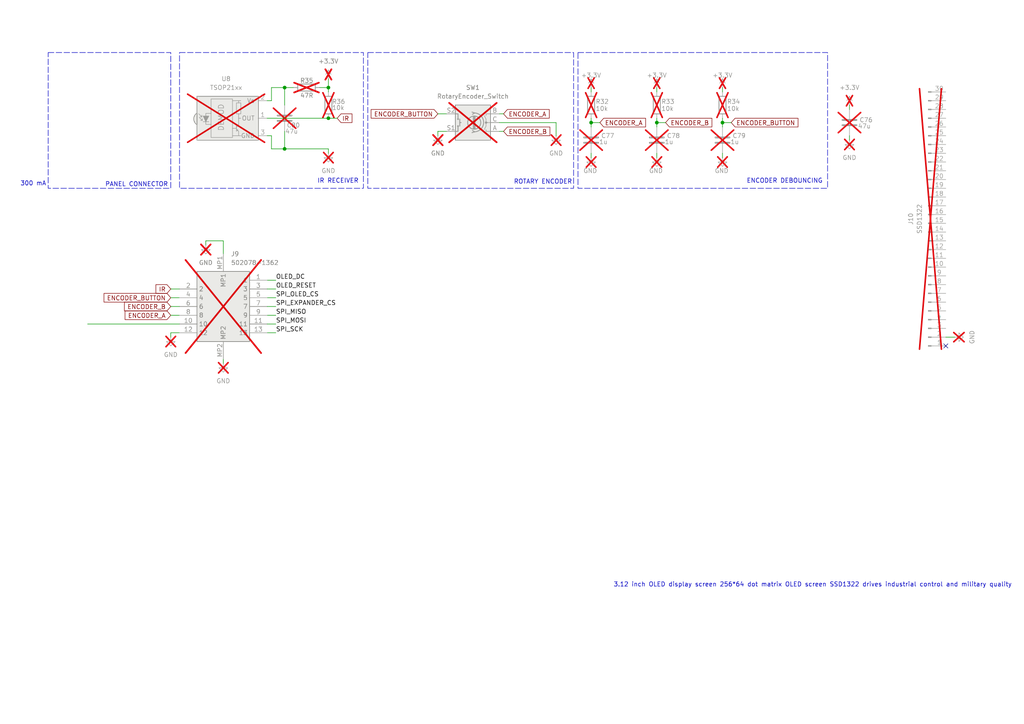
<source format=kicad_sch>
(kicad_sch (version 20231120) (generator "eeschema") (generator_version "8.0")
  (paper "A4")
  (lib_symbols
    (symbol "Connector:Conn_01x30_Pin" (pin_names (offset 1.016) hide)
      (property "Reference" "J" (at 0 38.1 0))
      (property "Value" "Conn_01x30_Pin" (at 0 -40.64 0))
      (symbol "Conn_01x30_Pin_1_1"
        (polyline (pts (xy 1.27 -38.1) (xy 0.8636 -38.1)) (stroke (width 0.1524)))
        (polyline (pts (xy 1.27 -35.56) (xy 0.8636 -35.56)) (stroke (width 0.1524)))
        (polyline (pts (xy 1.27 -33.02) (xy 0.8636 -33.02)) (stroke (width 0.1524)))
        (polyline (pts (xy 1.27 -30.48) (xy 0.8636 -30.48)) (stroke (width 0.1524)))
        (polyline (pts (xy 1.27 -27.94) (xy 0.8636 -27.94)) (stroke (width 0.1524)))
        (polyline (pts (xy 1.27 -25.4) (xy 0.8636 -25.4)) (stroke (width 0.1524)))
        (polyline (pts (xy 1.27 -22.86) (xy 0.8636 -22.86)) (stroke (width 0.1524)))
        (polyline (pts (xy 1.27 -20.32) (xy 0.8636 -20.32)) (stroke (width 0.1524)))
        (polyline (pts (xy 1.27 -17.78) (xy 0.8636 -17.78)) (stroke (width 0.1524)))
        (polyline (pts (xy 1.27 -15.24) (xy 0.8636 -15.24)) (stroke (width 0.1524)))
        (polyline (pts (xy 1.27 -12.7) (xy 0.8636 -12.7)) (stroke (width 0.1524)))
        (polyline (pts (xy 1.27 -10.16) (xy 0.8636 -10.16)) (stroke (width 0.1524)))
        (polyline (pts (xy 1.27 -7.62) (xy 0.8636 -7.62)) (stroke (width 0.1524)))
        (polyline (pts (xy 1.27 -5.08) (xy 0.8636 -5.08)) (stroke (width 0.1524)))
        (polyline (pts (xy 1.27 -2.54) (xy 0.8636 -2.54)) (stroke (width 0.1524)))
        (polyline (pts (xy 1.27 0) (xy 0.8636 0)) (stroke (width 0.1524)))
        (polyline (pts (xy 1.27 2.54) (xy 0.8636 2.54)) (stroke (width 0.1524)))
        (polyline (pts (xy 1.27 5.08) (xy 0.8636 5.08)) (stroke (width 0.1524)))
        (polyline (pts (xy 1.27 7.62) (xy 0.8636 7.62)) (stroke (width 0.1524)))
        (polyline (pts (xy 1.27 10.16) (xy 0.8636 10.16)) (stroke (width 0.1524)))
        (polyline (pts (xy 1.27 12.7) (xy 0.8636 12.7)) (stroke (width 0.1524)))
        (polyline (pts (xy 1.27 15.24) (xy 0.8636 15.24)) (stroke (width 0.1524)))
        (polyline (pts (xy 1.27 17.78) (xy 0.8636 17.78)) (stroke (width 0.1524)))
        (polyline (pts (xy 1.27 20.32) (xy 0.8636 20.32)) (stroke (width 0.1524)))
        (polyline (pts (xy 1.27 22.86) (xy 0.8636 22.86)) (stroke (width 0.1524)))
        (polyline (pts (xy 1.27 25.4) (xy 0.8636 25.4)) (stroke (width 0.1524)))
        (polyline (pts (xy 1.27 27.94) (xy 0.8636 27.94)) (stroke (width 0.1524)))
        (polyline (pts (xy 1.27 30.48) (xy 0.8636 30.48)) (stroke (width 0.1524)))
        (polyline (pts (xy 1.27 33.02) (xy 0.8636 33.02)) (stroke (width 0.1524)))
        (polyline (pts (xy 1.27 35.56) (xy 0.8636 35.56)) (stroke (width 0.1524)))
        (rectangle (start 0.8636 -37.973) (end 0 -38.227) (stroke (width 0.1524)) (fill (type outline)))
        (rectangle (start 0.8636 -35.433) (end 0 -35.687) (stroke (width 0.1524)) (fill (type outline)))
        (rectangle (start 0.8636 -32.893) (end 0 -33.147) (stroke (width 0.1524)) (fill (type outline)))
        (rectangle (start 0.8636 -30.353) (end 0 -30.607) (stroke (width 0.1524)) (fill (type outline)))
        (rectangle (start 0.8636 -27.813) (end 0 -28.067) (stroke (width 0.1524)) (fill (type outline)))
        (rectangle (start 0.8636 -25.273) (end 0 -25.527) (stroke (width 0.1524)) (fill (type outline)))
        (rectangle (start 0.8636 -22.733) (end 0 -22.987) (stroke (width 0.1524)) (fill (type outline)))
        (rectangle (start 0.8636 -20.193) (end 0 -20.447) (stroke (width 0.1524)) (fill (type outline)))
        (rectangle (start 0.8636 -17.653) (end 0 -17.907) (stroke (width 0.1524)) (fill (type outline)))
        (rectangle (start 0.8636 -15.113) (end 0 -15.367) (stroke (width 0.1524)) (fill (type outline)))
        (rectangle (start 0.8636 -12.573) (end 0 -12.827) (stroke (width 0.1524)) (fill (type outline)))
        (rectangle (start 0.8636 -10.033) (end 0 -10.287) (stroke (width 0.1524)) (fill (type outline)))
        (rectangle (start 0.8636 -7.493) (end 0 -7.747) (stroke (width 0.1524)) (fill (type outline)))
        (rectangle (start 0.8636 -4.953) (end 0 -5.207) (stroke (width 0.1524)) (fill (type outline)))
        (rectangle (start 0.8636 -2.413) (end 0 -2.667) (stroke (width 0.1524)) (fill (type outline)))
        (rectangle (start 0.8636 0.127) (end 0 -0.127) (stroke (width 0.1524)) (fill (type outline)))
        (rectangle (start 0.8636 2.667) (end 0 2.413) (stroke (width 0.1524)) (fill (type outline)))
        (rectangle (start 0.8636 5.207) (end 0 4.953) (stroke (width 0.1524)) (fill (type outline)))
        (rectangle (start 0.8636 7.747) (end 0 7.493) (stroke (width 0.1524)) (fill (type outline)))
        (rectangle (start 0.8636 10.287) (end 0 10.033) (stroke (width 0.1524)) (fill (type outline)))
        (rectangle (start 0.8636 12.827) (end 0 12.573) (stroke (width 0.1524)) (fill (type outline)))
        (rectangle (start 0.8636 15.367) (end 0 15.113) (stroke (width 0.1524)) (fill (type outline)))
        (rectangle (start 0.8636 17.907) (end 0 17.653) (stroke (width 0.1524)) (fill (type outline)))
        (rectangle (start 0.8636 20.447) (end 0 20.193) (stroke (width 0.1524)) (fill (type outline)))
        (rectangle (start 0.8636 22.987) (end 0 22.733) (stroke (width 0.1524)) (fill (type outline)))
        (rectangle (start 0.8636 25.527) (end 0 25.273) (stroke (width 0.1524)) (fill (type outline)))
        (rectangle (start 0.8636 28.067) (end 0 27.813) (stroke (width 0.1524)) (fill (type outline)))
        (rectangle (start 0.8636 30.607) (end 0 30.353) (stroke (width 0.1524)) (fill (type outline)))
        (rectangle (start 0.8636 33.147) (end 0 32.893) (stroke (width 0.1524)) (fill (type outline)))
        (rectangle (start 0.8636 35.687) (end 0 35.433) (stroke (width 0.1524)) (fill (type outline)))
        (pin passive line (at 5.08 35.56 180) (length 3.81) (name "Pin_1") (number "1"))
        (pin passive line (at 5.08 12.7 180) (length 3.81) (name "Pin_10") (number "10"))
        (pin passive line (at 5.08 10.16 180) (length 3.81) (name "Pin_11") (number "11"))
        (pin passive line (at 5.08 7.62 180) (length 3.81) (name "Pin_12") (number "12"))
        (pin passive line (at 5.08 5.08 180) (length 3.81) (name "Pin_13") (number "13"))
        (pin passive line (at 5.08 2.54 180) (length 3.81) (name "Pin_14") (number "14"))
        (pin passive line (at 5.08 0 180) (length 3.81) (name "Pin_15") (number "15"))
        (pin passive line (at 5.08 -2.54 180) (length 3.81) (name "Pin_16") (number "16"))
        (pin passive line (at 5.08 -5.08 180) (length 3.81) (name "Pin_17") (number "17"))
        (pin passive line (at 5.08 -7.62 180) (length 3.81) (name "Pin_18") (number "18"))
        (pin passive line (at 5.08 -10.16 180) (length 3.81) (name "Pin_19") (number "19"))
        (pin passive line (at 5.08 33.02 180) (length 3.81) (name "Pin_2") (number "2"))
        (pin passive line (at 5.08 -12.7 180) (length 3.81) (name "Pin_20") (number "20"))
        (pin passive line (at 5.08 -15.24 180) (length 3.81) (name "Pin_21") (number "21"))
        (pin passive line (at 5.08 -17.78 180) (length 3.81) (name "Pin_22") (number "22"))
        (pin passive line (at 5.08 -20.32 180) (length 3.81) (name "Pin_23") (number "23"))
        (pin passive line (at 5.08 -22.86 180) (length 3.81) (name "Pin_24") (number "24"))
        (pin passive line (at 5.08 -25.4 180) (length 3.81) (name "Pin_25") (number "25"))
        (pin passive line (at 5.08 -27.94 180) (length 3.81) (name "Pin_26") (number "26"))
        (pin passive line (at 5.08 -30.48 180) (length 3.81) (name "Pin_27") (number "27"))
        (pin passive line (at 5.08 -33.02 180) (length 3.81) (name "Pin_28") (number "28"))
        (pin passive line (at 5.08 -35.56 180) (length 3.81) (name "Pin_29") (number "29"))
        (pin passive line (at 5.08 30.48 180) (length 3.81) (name "Pin_3") (number "3"))
        (pin passive line (at 5.08 -38.1 180) (length 3.81) (name "Pin_30") (number "30"))
        (pin passive line (at 5.08 27.94 180) (length 3.81) (name "Pin_4") (number "4"))
        (pin passive line (at 5.08 25.4 180) (length 3.81) (name "Pin_5") (number "5"))
        (pin passive line (at 5.08 22.86 180) (length 3.81) (name "Pin_6") (number "6"))
        (pin passive line (at 5.08 20.32 180) (length 3.81) (name "Pin_7") (number "7"))
        (pin passive line (at 5.08 17.78 180) (length 3.81) (name "Pin_8") (number "8"))
        (pin passive line (at 5.08 15.24 180) (length 3.81) (name "Pin_9") (number "9"))
      )
    )
    (symbol "Device:C" (pin_numbers hide) (pin_names (offset 0.254))
      (property "Reference" "C" (at 0.635 2.54 0))
      (property "Value" "C" (at 0.635 -2.54 0))
      (symbol "C_0_1"
        (polyline (pts (xy -2.032 -0.762) (xy 2.032 -0.762)) (stroke (width 0.508)))
        (polyline (pts (xy -2.032 0.762) (xy 2.032 0.762)) (stroke (width 0.508)))
      )
      (symbol "C_1_1"
        (pin passive line (at 0 3.81 270) (length 2.794) (name "~") (number "1"))
        (pin passive line (at 0 -3.81 90) (length 2.794) (name "~") (number "2"))
      )
    )
    (symbol "Device:R" (pin_numbers hide) (pin_names (offset 0))
      (property "Reference" "R" (at 2.032 0 90))
      (property "Value" "R" (at 0 0 90))
      (symbol "R_0_1"
        (rectangle (start -1.016 -2.54) (end 1.016 2.54) (stroke (width 0.254)))
      )
      (symbol "R_1_1"
        (pin passive line (at 0 3.81 270) (length 1.27) (name "~") (number "1"))
        (pin passive line (at 0 -3.81 90) (length 1.27) (name "~") (number "2"))
      )
    )
    (symbol "Device:RotaryEncoder_Switch" (pin_names (offset 0.254) hide)
      (property "Reference" "SW" (at 0 6.604 0))
      (property "Value" "RotaryEncoder_Switch" (at 0 -6.604 0))
      (symbol "RotaryEncoder_Switch_0_1"
        (rectangle (start -5.08 5.08) (end 5.08 -5.08) (stroke (width 0.254)) (fill (type background)))
        (circle (center -3.81 0) (radius 0.254) (fill (type outline)))
        (circle (center -0.381 0) (radius 1.905) (stroke (width 0.254)))
        (arc (start -0.381 2.667) (mid -3.0988 -0.0635) (end -0.381 -2.794) (stroke (width 0.254)))
        (polyline (pts (xy -0.635 -1.778) (xy -0.635 1.778)) (stroke (width 0.254)))
        (polyline (pts (xy -0.381 -1.778) (xy -0.381 1.778)) (stroke (width 0.254)))
        (polyline (pts (xy -0.127 1.778) (xy -0.127 -1.778)) (stroke (width 0.254)))
        (polyline (pts (xy 3.81 0) (xy 3.429 0)) (stroke (width 0.254)))
        (polyline (pts (xy 3.81 1.016) (xy 3.81 -1.016)) (stroke (width 0.254)))
        (polyline (pts (xy -5.08 -2.54) (xy -3.81 -2.54) (xy -3.81 -2.032)))
        (polyline (pts (xy -5.08 2.54) (xy -3.81 2.54) (xy -3.81 2.032)))
        (polyline (pts (xy 0.254 -3.048) (xy -0.508 -2.794) (xy 0.127 -2.413)) (stroke (width 0.254)))
        (polyline (pts (xy 0.254 2.921) (xy -0.508 2.667) (xy 0.127 2.286)) (stroke (width 0.254)))
        (polyline (pts (xy 5.08 -2.54) (xy 4.318 -2.54) (xy 4.318 -1.016)) (stroke (width 0.254)))
        (polyline (pts (xy 5.08 2.54) (xy 4.318 2.54) (xy 4.318 1.016)) (stroke (width 0.254)))
        (polyline (pts (xy -5.08 0) (xy -3.81 0) (xy -3.81 -1.016) (xy -3.302 -2.032)))
        (polyline (pts (xy -4.318 0) (xy -3.81 0) (xy -3.81 1.016) (xy -3.302 2.032)))
        (circle (center 4.318 -1.016) (radius 0.127) (stroke (width 0.254)))
        (circle (center 4.318 1.016) (radius 0.127) (stroke (width 0.254)))
      )
      (symbol "RotaryEncoder_Switch_1_1"
        (pin passive line (at -7.62 2.54 0) (length 2.54) (name "A") (number "A"))
        (pin passive line (at -7.62 -2.54 0) (length 2.54) (name "B") (number "B"))
        (pin passive line (at -7.62 0 0) (length 2.54) (name "C") (number "C"))
        (pin passive line (at 7.62 2.54 180) (length 2.54) (name "S1") (number "S1"))
        (pin passive line (at 7.62 -2.54 180) (length 2.54) (name "S2") (number "S2"))
      )
    )
    (symbol "Interface_Optical:TSOP21xx" (pin_names (offset 1.016))
      (property "Reference" "U" (at -10.16 7.62 0))
      (property "Value" "TSOP21xx" (at -10.16 -7.62 0))
      (symbol "TSOP21xx_0_0"
        (arc (start -10.287 1.397) (mid -11.0899 -0.1852) (end -10.287 -1.778) (stroke (width 0.254)) (fill (type background)))
        (polyline (pts (xy 1.905 -5.08) (xy 0.127 -5.08)))
        (polyline (pts (xy 1.905 5.08) (xy 0.127 5.08)))
        (text "DEMOD" (at -3.175 0.254 900) (effects (font (size 1.524 1.524))))
      )
      (symbol "TSOP21xx_0_1"
        (rectangle (start -6.096 5.588) (end 0.127 -5.588))
        (polyline (pts (xy -8.763 0.381) (xy -9.652 1.27)))
        (polyline (pts (xy -8.763 0.381) (xy -9.271 0.381)))
        (polyline (pts (xy -8.763 0.381) (xy -8.763 0.889)))
        (polyline (pts (xy -8.636 -0.635) (xy -9.525 0.254)))
        (polyline (pts (xy -8.636 -0.635) (xy -9.144 -0.635)))
        (polyline (pts (xy -8.636 -0.635) (xy -8.636 -0.127)))
        (polyline (pts (xy -8.382 -1.016) (xy -6.731 -1.016)))
        (polyline (pts (xy 1.27 -2.921) (xy 0.127 -2.921)))
        (polyline (pts (xy 1.27 -1.905) (xy 1.27 -3.81)))
        (polyline (pts (xy 1.397 -3.556) (xy 1.524 -3.556)))
        (polyline (pts (xy 1.651 -3.556) (xy 1.524 -3.556)))
        (polyline (pts (xy 1.651 -3.556) (xy 1.651 -3.302)))
        (polyline (pts (xy 1.905 0) (xy 1.905 1.27)))
        (polyline (pts (xy 1.905 4.445) (xy 1.905 5.08) (xy 2.54 5.08)))
        (polyline (pts (xy -8.382 0.635) (xy -6.731 0.635) (xy -7.62 -1.016) (xy -8.382 0.635)) (fill (type outline)))
        (polyline (pts (xy -6.096 1.397) (xy -7.62 1.397) (xy -7.62 -1.778) (xy -6.096 -1.778)))
        (polyline (pts (xy 1.27 -3.175) (xy 1.905 -3.81) (xy 1.905 -5.08) (xy 2.54 -5.08)))
        (polyline (pts (xy 1.27 -2.54) (xy 1.905 -1.905) (xy 1.905 0) (xy 2.54 0)))
        (rectangle (start 2.54 1.27) (end 1.27 4.445))
        (rectangle (start 7.62 6.35) (end -10.16 -6.35) (stroke (width 0.254)) (fill (type background)))
      )
      (symbol "TSOP21xx_1_1"
        (pin output line (at 10.16 0 180) (length 2.54) (name "OUT") (number "1"))
        (pin power_in line (at 10.16 5.08 180) (length 2.54) (name "Vs") (number "2"))
        (pin power_in line (at 10.16 -5.08 180) (length 2.54) (name "GND") (number "3"))
      )
    )
    (symbol "New_Library:502078-1362"
      (property "Reference" "J" (at 26.67 12.7 0))
      (property "Value" "502078-1362" (at 26.67 10.16 0))
      (symbol "502078-1362_1_1"
        (rectangle (start 5.08 7.62) (end 25.4 -7.62) (stroke (width 0.254)) (fill (type background)))
        (pin passive line (at 22.86 -12.7 90) (length 5.08) (name "1") (number "1"))
        (pin passive line (at 10.16 12.7 270) (length 5.08) (name "10") (number "10"))
        (pin passive line (at 10.16 -12.7 90) (length 5.08) (name "11") (number "11"))
        (pin passive line (at 7.62 12.7 270) (length 5.08) (name "12") (number "12"))
        (pin passive line (at 7.62 -12.7 90) (length 5.08) (name "13") (number "13"))
        (pin passive line (at 20.32 12.7 270) (length 5.08) (name "2") (number "2"))
        (pin passive line (at 20.32 -12.7 90) (length 5.08) (name "3") (number "3"))
        (pin passive line (at 17.78 12.7 270) (length 5.08) (name "4") (number "4"))
        (pin passive line (at 17.78 -12.7 90) (length 5.08) (name "5") (number "5"))
        (pin passive line (at 15.24 12.7 270) (length 5.08) (name "6") (number "6"))
        (pin passive line (at 15.24 -12.7 90) (length 5.08) (name "7") (number "7"))
        (pin passive line (at 12.7 12.7 270) (length 5.08) (name "8") (number "8"))
        (pin passive line (at 12.7 -12.7 90) (length 5.08) (name "9") (number "9"))
        (pin passive line (at 30.48 0 180) (length 5.08) (name "MP1") (number "MP1"))
        (pin passive line (at 0 0 0) (length 5.08) (name "MP2") (number "MP2"))
      )
    )
    (symbol "power:+3.3V" (power) (pin_numbers hide) (pin_names (offset 0) hide)
      (property "Value" "+3.3V" (at 0 3.556 0))
      (symbol "+3.3V_0_1"
        (polyline (pts (xy -0.762 1.27) (xy 0 2.54)))
        (polyline (pts (xy 0 0) (xy 0 2.54)))
        (polyline (pts (xy 0 2.54) (xy 0.762 1.27)))
      )
      (symbol "+3.3V_1_1"
        (pin power_in line (at 0 0 90) (length 0) (name "~") (number "1"))
      )
    )
    (symbol "power:GND" (power) (pin_numbers hide) (pin_names (offset 0) hide)
      (property "Value" "GND" (at 0 -3.81 0))
      (symbol "GND_0_1"
        (polyline (pts (xy 0 0) (xy 0 -1.27) (xy 1.27 -1.27) (xy 0 -2.54) (xy -1.27 -1.27) (xy 0 -1.27)))
      )
      (symbol "GND_1_1"
        (pin power_in line (at 0 0 270) (length 0) (name "~") (number "1"))
      )
    )
  )
  (junction (at 209.55 35.56))
  (junction (at 190.5 35.56))
  (junction (at 171.45 35.56))
  (junction (at 95.25 34.29))
  (junction (at 95.25 25.4))
  (junction (at 82.55 25.4))
  (junction (at 82.55 43.18))
  (no_connect (at 274.32 100.33))
  (wire (pts (xy 209.55 44.45) (xy 209.55 45.72)))
  (wire (pts (xy 78.74 39.37) (xy 77.47 39.37)))
  (wire (pts (xy 92.71 25.4) (xy 95.25 25.4)))
  (wire (pts (xy 82.55 43.18) (xy 95.25 43.18)))
  (wire (pts (xy 161.29 39.37) (xy 161.29 35.56)))
  (wire (pts (xy 209.55 25.4) (xy 209.55 26.67)))
  (wire (pts (xy 49.53 86.36) (xy 52.07 86.36)))
  (wire (pts (xy 49.53 88.9) (xy 52.07 88.9)))
  (wire (pts (xy 64.77 69.85) (xy 59.69 69.85)))
  (wire (pts (xy 78.74 39.37) (xy 78.74 43.18)))
  (wire (pts (xy 246.38 39.37) (xy 246.38 40.64)))
  (wire (pts (xy 171.45 36.83) (xy 171.45 35.56)))
  (wire (pts (xy 49.53 91.44) (xy 52.07 91.44)))
  (wire (pts (xy 171.45 35.56) (xy 173.99 35.56)))
  (wire (pts (xy 80.01 83.82) (xy 77.47 83.82)))
  (wire (pts (xy 209.55 35.56) (xy 212.09 35.56)))
  (wire (pts (xy 274.32 97.79) (xy 276.86 97.79)))
  (wire (pts (xy 209.55 34.29) (xy 209.55 35.56)))
  (wire (pts (xy 190.5 35.56) (xy 193.04 35.56)))
  (wire (pts (xy 129.54 38.1) (xy 127 38.1)))
  (wire (pts (xy 80.01 96.52) (xy 77.47 96.52)))
  (wire (pts (xy 190.5 34.29) (xy 190.5 35.56)))
  (wire (pts (xy 246.38 30.48) (xy 246.38 31.75)))
  (wire (pts (xy 209.55 36.83) (xy 209.55 35.56)))
  (wire (pts (xy 171.45 44.45) (xy 171.45 45.72)))
  (wire (pts (xy 52.07 93.98) (xy 25.4 93.98)))
  (wire (pts (xy 80.01 81.28) (xy 77.47 81.28)))
  (wire (pts (xy 52.07 96.52) (xy 49.53 96.52)))
  (wire (pts (xy 59.69 69.85) (xy 59.69 71.12)))
  (wire (pts (xy 190.5 44.45) (xy 190.5 45.72)))
  (wire (pts (xy 80.01 86.36) (xy 77.47 86.36)))
  (wire (pts (xy 64.77 73.66) (xy 64.77 69.85)))
  (wire (pts (xy 49.53 96.52) (xy 49.53 97.79)))
  (wire (pts (xy 190.5 25.4) (xy 190.5 26.67)))
  (wire (pts (xy 82.55 25.4) (xy 85.09 25.4)))
  (wire (pts (xy 77.47 34.29) (xy 95.25 34.29)))
  (wire (pts (xy 127 38.1) (xy 127 39.37)))
  (wire (pts (xy 82.55 38.1) (xy 82.55 43.18)))
  (wire (pts (xy 171.45 25.4) (xy 171.45 26.67)))
  (wire (pts (xy 78.74 43.18) (xy 82.55 43.18)))
  (wire (pts (xy 127 33.02) (xy 129.54 33.02)))
  (wire (pts (xy 80.01 88.9) (xy 77.47 88.9)))
  (wire (pts (xy 95.25 26.67) (xy 95.25 25.4)))
  (wire (pts (xy 95.25 22.86) (xy 95.25 25.4)))
  (wire (pts (xy 144.78 35.56) (xy 161.29 35.56)))
  (wire (pts (xy 64.77 104.14) (xy 64.77 105.41)))
  (wire (pts (xy 78.74 29.21) (xy 77.47 29.21)))
  (wire (pts (xy 78.74 25.4) (xy 78.74 29.21)))
  (wire (pts (xy 82.55 25.4) (xy 78.74 25.4)))
  (wire (pts (xy 49.53 83.82) (xy 52.07 83.82)))
  (wire (pts (xy 171.45 34.29) (xy 171.45 35.56)))
  (wire (pts (xy 82.55 25.4) (xy 82.55 30.48)))
  (wire (pts (xy 80.01 93.98) (xy 77.47 93.98)))
  (wire (pts (xy 80.01 91.44) (xy 77.47 91.44)))
  (wire (pts (xy 95.25 34.29) (xy 97.79 34.29)))
  (wire (pts (xy 190.5 36.83) (xy 190.5 35.56)))
  (wire (pts (xy 144.78 33.02) (xy 146.05 33.02)))
  (wire (pts (xy 95.25 44.45) (xy 95.25 43.18)))
  (wire (pts (xy 144.78 38.1) (xy 146.05 38.1)))
  (rectangle (start 106.68 15.24) (end 166.37 54.61) (stroke (width 0) (type dash)))
  (rectangle (start 13.97 15.24) (end 49.53 54.61) (stroke (width 0) (type dash)))
  (rectangle (start 167.64 15.24) (end 240.03 54.61) (stroke (width 0) (type dash)))
  (rectangle (start 52.07 15.24) (end 105.41 54.61) (stroke (width 0) (type dash)))
  (text "ENCODER DEBOUNCING" (at 227.584 52.578 0) (effects (font (size 1.27 1.27))))
  (text "300 mA" (at 9.652 53.34 0) (effects (font (size 1.27 1.27))))
  (text "PANEL CONNECTOR" (at 39.624 53.594 0) (effects (font (size 1.27 1.27))))
  (text "3.12 inch OLED display screen 256*64 dot matrix OLED screen SSD1322 drives industrial control and military quality" (at 235.712 169.672 0) (effects (font (size 1.27 1.27))))
  (text "ROTARY ENCODER" (at 157.48 52.832 0) (effects (font (size 1.27 1.27))))
  (text "IR RECEIVER" (at 98.044 52.578 0) (effects (font (size 1.27 1.27))))
  (label "SPI_MOSI" (at 80.01 93.98 0))
  (label "OLED_RESET" (at 80.01 83.82 0))
  (label "SPI_SCK" (at 80.01 96.52 0))
  (label "SPI_EXPANDER_CS" (at 80.01 88.9 0))
  (label "OLED_DC" (at 80.01 81.28 0))
  (label "SPI_OLED_CS" (at 80.01 86.36 0))
  (label "SPI_MISO" (at 80.01 91.44 0))
  (global_label "IR" (shape input) (at 49.53 83.82 180) (property "Intersheetrefs" "${INTERSHEET_REFS}" (effects (hide yes))))
  (global_label "ENCODER_BUTTON" (shape input) (at 212.09 35.56 0) (property "Intersheetrefs" "${INTERSHEET_REFS}" (effects (hide yes))))
  (global_label "ENCODER_A" (shape input) (at 173.99 35.56 0) (property "Intersheetrefs" "${INTERSHEET_REFS}" (effects (hide yes))))
  (global_label "ENCODER_B" (shape input) (at 146.05 38.1 0) (property "Intersheetrefs" "${INTERSHEET_REFS}" (effects (hide yes))))
  (global_label "ENCODER_B" (shape input) (at 193.04 35.56 0) (property "Intersheetrefs" "${INTERSHEET_REFS}" (effects (hide yes))))
  (global_label "ENCODER_A" (shape input) (at 146.05 33.02 0) (property "Intersheetrefs" "${INTERSHEET_REFS}" (effects (hide yes))))
  (global_label "IR" (shape input) (at 97.79 34.29 0) (property "Intersheetrefs" "${INTERSHEET_REFS}" (effects (hide yes))))
  (global_label "ENCODER_BUTTON" (shape input) (at 127 33.02 180) (property "Intersheetrefs" "${INTERSHEET_REFS}" (effects (hide yes))))
  (global_label "ENCODER_BUTTON" (shape input) (at 49.53 86.36 180) (property "Intersheetrefs" "${INTERSHEET_REFS}" (effects (hide yes))))
  (global_label "ENCODER_B" (shape input) (at 49.53 88.9 180) (property "Intersheetrefs" "${INTERSHEET_REFS}" (effects (hide yes))))
  (global_label "ENCODER_A" (shape input) (at 49.53 91.44 180) (property "Intersheetrefs" "${INTERSHEET_REFS}" (effects (hide yes))))
  (symbol (lib_id "Device:C") (at 190.5 40.64 0) (unit 1) (exclude_from_sim yes) (in_bom no) (on_board no) (dnp yes)
    (property "Reference" "C78" (at 195.326 39.37 0))
    (property "Value" "1u" (at 194.056 41.148 0))
    (property "Footprint" "Capacitor_SMD:C_0603_1608Metric_Pad1.08x0.95mm_HandSolder" (effects (hide yes)))
    (property "Description" "Unpolarized capacitor" (effects (hide yes)))
  )
  (symbol (lib_id "Device:C") (at 209.55 40.64 0) (unit 1) (exclude_from_sim yes) (in_bom no) (on_board no) (dnp yes)
    (property "Reference" "C79" (at 214.376 39.37 0))
    (property "Value" "1u" (at 213.106 41.148 0))
    (property "Footprint" "Capacitor_SMD:C_0603_1608Metric_Pad1.08x0.95mm_HandSolder" (effects (hide yes)))
    (property "Description" "Unpolarized capacitor" (effects (hide yes)))
  )
  (symbol (lib_id "power:+3.3V") (at 246.38 30.48 0) (unit 1) (exclude_from_sim yes) (in_bom no) (on_board no) (dnp yes)
    (property "Reference" "#PWR078" (effects (hide yes)))
    (property "Value" "+3.3V" (at 246.38 25.4 0))
    (property "Description" "Power symbol creates a global label with name \"+3.3V\"" (effects (hide yes)))
  )
  (symbol (lib_id "New_Library:502078-1362") (at 64.77 104.14 90) (unit 1) (exclude_from_sim yes) (in_bom no) (on_board no) (dnp yes)
    (property "Reference" "J9" (at 66.9641 73.66 90) (effects (justify right)))
    (property "Value" "502078-1362" (at 66.9641 76.2 90) (effects (justify right)))
    (property "Footprint" "fpc_conn_13:fpc_conn" (effects (hide yes)))
    (property "Datasheet" "https://www.molex.com/pdm_docs/sd/5020781362_sd.pdf" (effects (hide yes)))
    (property "Description" "FFC & FPC Connectors 250UM FPC E/O Hsg 13Ckt" (effects (hide yes)))
    (property "Height" "1.7" (effects (hide yes)))
    (property "Mouser Part Number" "538-502078-1362" (effects (hide yes)))
    (property "Mouser Price/Stock" "https://www.mouser.co.uk/ProductDetail/Molex/502078-1362?qs=GBLSl2Akirt8csfPYHMErA%3D%3D" (effects (hide yes)))
    (property "Manufacturer_Name" "Molex" (effects (hide yes)))
    (property "Manufacturer_Part_Number" "502078-1362" (effects (hide yes)))
  )
  (symbol (lib_id "Interface_Optical:TSOP21xx") (at 67.31 34.29 0) (unit 1) (exclude_from_sim yes) (in_bom no) (on_board no) (dnp yes)
    (property "Reference" "U8" (at 65.575 22.86 0))
    (property "Value" "TSOP21xx" (at 65.575 25.4 0))
    (property "Footprint" "OptoDevice:Vishay_MOLD-3Pin" (effects (hide yes)))
    (property "Datasheet" "http://www.vishay.com/docs/82460/tsop45.pdf" (effects (hide yes)))
    (property "Description" "IR Receiver Modules for Remote Control Systems" (effects (hide yes)))
  )
  (symbol (lib_id "power:+3.3V") (at 95.25 22.86 0) (unit 1) (exclude_from_sim yes) (in_bom no) (on_board no) (dnp yes)
    (property "Reference" "#PWR088" (effects (hide yes)))
    (property "Value" "+3.3V" (at 95.25 17.78 0))
    (property "Description" "Power symbol creates a global label with name \"+3.3V\"" (effects (hide yes)))
  )
  (symbol (lib_id "power:GND") (at 209.55 45.72 0) (unit 1) (exclude_from_sim yes) (in_bom no) (on_board no) (dnp yes)
    (property "Reference" "#PWR087" (effects (hide yes)))
    (property "Value" "GND" (at 209.296 49.53 0))
    (property "Description" "Power symbol creates a global label with name \"GND\" , ground" (effects (hide yes)))
  )
  (symbol (lib_id "Device:R") (at 171.45 30.48 0) (unit 1) (exclude_from_sim yes) (in_bom no) (on_board no) (dnp yes)
    (property "Reference" "R32" (at 172.72 29.464 0) (effects (justify left)))
    (property "Value" "10k" (at 172.72 31.496 0) (effects (justify left)))
    (property "Footprint" "Capacitor_SMD:C_0603_1608Metric_Pad1.08x0.95mm_HandSolder" (effects (hide yes)))
    (property "Description" "Resistor" (effects (hide yes)))
  )
  (symbol (lib_id "Device:C") (at 171.45 40.64 0) (unit 1) (exclude_from_sim yes) (in_bom no) (on_board no) (dnp yes)
    (property "Reference" "C77" (at 176.276 39.37 0))
    (property "Value" "1u" (at 175.006 41.148 0))
    (property "Footprint" "Capacitor_SMD:C_0603_1608Metric_Pad1.08x0.95mm_HandSolder" (effects (hide yes)))
    (property "Description" "Unpolarized capacitor" (effects (hide yes)))
  )
  (symbol (lib_id "Device:C") (at 246.38 35.56 0) (unit 1) (exclude_from_sim yes) (in_bom no) (on_board no) (dnp yes)
    (property "Reference" "C76" (at 251.206 34.798 0))
    (property "Value" "47u" (at 250.698 36.576 0))
    (property "Footprint" "Capacitor_SMD:C_0603_1608Metric_Pad1.08x0.95mm_HandSolder" (effects (hide yes)))
    (property "Description" "Unpolarized capacitor" (effects (hide yes)))
  )
  (symbol (lib_id "Device:C") (at 82.55 34.29 0) (unit 1) (exclude_from_sim yes) (in_bom no) (on_board no) (dnp yes)
    (property "Reference" "C80" (at 85.09 36.322 0))
    (property "Value" "47u" (at 84.582 38.1 0))
    (property "Footprint" "Capacitor_SMD:C_0603_1608Metric_Pad1.08x0.95mm_HandSolder" (effects (hide yes)))
    (property "Description" "Unpolarized capacitor" (effects (hide yes)))
  )
  (symbol (lib_id "power:GND") (at 59.69 71.12 0) (unit 1) (exclude_from_sim yes) (in_bom no) (on_board no) (dnp yes)
    (property "Reference" "#PWR076" (effects (hide yes)))
    (property "Value" "GND" (at 59.69 76.2 0))
    (property "Description" "Power symbol creates a global label with name \"GND\" , ground" (effects (hide yes)))
  )
  (symbol (lib_id "power:GND") (at 127 39.37 0) (unit 1) (exclude_from_sim yes) (in_bom no) (on_board no) (dnp yes)
    (property "Reference" "#PWR080" (effects (hide yes)))
    (property "Value" "GND" (at 127 44.45 0))
    (property "Description" "Power symbol creates a global label with name \"GND\" , ground" (effects (hide yes)))
  )
  (symbol (lib_id "power:GND") (at 276.86 97.79 90) (unit 1) (exclude_from_sim yes) (in_bom no) (on_board no) (dnp yes)
    (property "Reference" "#PWR075" (effects (hide yes)))
    (property "Value" "GND" (at 281.94 97.79 0))
    (property "Description" "Power symbol creates a global label with name \"GND\" , ground" (effects (hide yes)))
  )
  (symbol (lib_id "Connector:Conn_01x30_Pin") (at 269.24 64.77 0) (mirror x) (unit 1) (exclude_from_sim yes) (in_bom no) (on_board no) (dnp yes)
    (property "Reference" "J10" (at 264.16 63.5 90))
    (property "Value" "SSD1322" (at 266.7 63.5 90))
    (property "Description" "Generic connector, single row, 01x30, script generated" (effects (hide yes)))
  )
  (symbol (lib_id "power:+3.3V") (at 171.45 25.4 0) (unit 1) (exclude_from_sim yes) (in_bom no) (on_board no) (dnp yes)
    (property "Reference" "#PWR082" (effects (hide yes)))
    (property "Value" "+3.3V" (at 171.45 21.844 0))
    (property "Description" "Power symbol creates a global label with name \"+3.3V\"" (effects (hide yes)))
  )
  (symbol (lib_id "power:GND") (at 161.29 39.37 0) (unit 1) (exclude_from_sim yes) (in_bom no) (on_board no) (dnp yes)
    (property "Reference" "#PWR081" (effects (hide yes)))
    (property "Value" "GND" (at 161.29 44.45 0))
    (property "Description" "Power symbol creates a global label with name \"GND\" , ground" (effects (hide yes)))
  )
  (symbol (lib_id "Device:R") (at 190.5 30.48 0) (unit 1) (exclude_from_sim yes) (in_bom no) (on_board no) (dnp yes)
    (property "Reference" "R33" (at 191.77 29.464 0) (effects (justify left)))
    (property "Value" "10k" (at 191.77 31.496 0) (effects (justify left)))
    (property "Footprint" "Capacitor_SMD:C_0603_1608Metric_Pad1.08x0.95mm_HandSolder" (effects (hide yes)))
    (property "Description" "Resistor" (effects (hide yes)))
  )
  (symbol (lib_id "power:GND") (at 95.25 44.45 0) (unit 1) (exclude_from_sim yes) (in_bom no) (on_board no) (dnp yes)
    (property "Reference" "#PWR089" (effects (hide yes)))
    (property "Value" "GND" (at 95.25 49.53 0))
    (property "Description" "Power symbol creates a global label with name \"GND\" , ground" (effects (hide yes)))
  )
  (symbol (lib_id "power:GND") (at 49.53 97.79 0) (unit 1) (exclude_from_sim yes) (in_bom no) (on_board no) (dnp yes)
    (property "Reference" "#PWR0146" (effects (hide yes)))
    (property "Value" "GND" (at 49.53 102.87 0))
    (property "Description" "Power symbol creates a global label with name \"GND\" , ground" (effects (hide yes)))
  )
  (symbol (lib_id "Device:R") (at 95.25 30.48 0) (unit 1) (exclude_from_sim yes) (in_bom no) (on_board no) (dnp yes)
    (property "Reference" "R36" (at 96.266 29.464 0) (effects (justify left)))
    (property "Value" "10k" (at 96.266 31.242 0) (effects (justify left)))
    (property "Footprint" "Capacitor_SMD:C_0603_1608Metric_Pad1.08x0.95mm_HandSolder" (effects (hide yes)))
    (property "Description" "Resistor" (effects (hide yes)))
  )
  (symbol (lib_id "power:GND") (at 64.77 105.41 0) (unit 1) (exclude_from_sim yes) (in_bom no) (on_board no) (dnp yes)
    (property "Reference" "#PWR074" (effects (hide yes)))
    (property "Value" "GND" (at 64.77 110.49 0))
    (property "Description" "Power symbol creates a global label with name \"GND\" , ground" (effects (hide yes)))
  )
  (symbol (lib_id "power:+3.3V") (at 190.5 25.4 0) (unit 1) (exclude_from_sim yes) (in_bom no) (on_board no) (dnp yes)
    (property "Reference" "#PWR084" (effects (hide yes)))
    (property "Value" "+3.3V" (at 190.5 21.844 0))
    (property "Description" "Power symbol creates a global label with name \"+3.3V\"" (effects (hide yes)))
  )
  (symbol (lib_id "Device:RotaryEncoder_Switch") (at 137.16 35.56 180) (unit 1) (exclude_from_sim yes) (in_bom no) (on_board no) (dnp yes)
    (property "Reference" "SW1" (at 137.16 25.4 0))
    (property "Value" "RotaryEncoder_Switch" (at 137.16 27.94 0))
    (property "Description" "Rotary encoder, dual channel, incremental quadrate outputs, with switch" (effects (hide yes)))
  )
  (symbol (lib_id "power:GND") (at 190.5 45.72 0) (unit 1) (exclude_from_sim yes) (in_bom no) (on_board no) (dnp yes)
    (property "Reference" "#PWR085" (effects (hide yes)))
    (property "Value" "GND" (at 190.246 49.53 0))
    (property "Description" "Power symbol creates a global label with name \"GND\" , ground" (effects (hide yes)))
  )
  (symbol (lib_id "power:GND") (at 171.45 45.72 0) (unit 1) (exclude_from_sim yes) (in_bom no) (on_board no) (dnp yes)
    (property "Reference" "#PWR083" (effects (hide yes)))
    (property "Value" "GND" (at 171.196 49.53 0))
    (property "Description" "Power symbol creates a global label with name \"GND\" , ground" (effects (hide yes)))
  )
  (symbol (lib_id "Device:R") (at 88.9 25.4 90) (unit 1) (exclude_from_sim yes) (in_bom no) (on_board no) (dnp yes)
    (property "Reference" "R35" (at 90.932 23.368 90) (effects (justify left)))
    (property "Value" "47R" (at 90.932 27.686 90) (effects (justify left)))
    (property "Footprint" "Capacitor_SMD:C_0603_1608Metric_Pad1.08x0.95mm_HandSolder" (effects (hide yes)))
    (property "Description" "Resistor" (effects (hide yes)))
  )
  (symbol (lib_id "power:+3.3V") (at 209.55 25.4 0) (unit 1) (exclude_from_sim yes) (in_bom no) (on_board no) (dnp yes)
    (property "Reference" "#PWR086" (effects (hide yes)))
    (property "Value" "+3.3V" (at 209.55 21.844 0))
    (property "Description" "Power symbol creates a global label with name \"+3.3V\"" (effects (hide yes)))
  )
  (symbol (lib_id "Device:R") (at 209.55 30.48 0) (unit 1) (exclude_from_sim yes) (in_bom no) (on_board no) (dnp yes)
    (property "Reference" "R34" (at 210.82 29.464 0) (effects (justify left)))
    (property "Value" "10k" (at 210.82 31.496 0) (effects (justify left)))
    (property "Footprint" "Capacitor_SMD:C_0603_1608Metric_Pad1.08x0.95mm_HandSolder" (effects (hide yes)))
    (property "Description" "Resistor" (effects (hide yes)))
  )
  (symbol (lib_id "power:GND") (at 246.38 40.64 0) (unit 1) (exclude_from_sim yes) (in_bom no) (on_board no) (dnp yes)
    (property "Reference" "#PWR079" (effects (hide yes)))
    (property "Value" "GND" (at 246.38 45.72 0))
    (property "Description" "Power symbol creates a global label with name \"GND\" , ground" (effects (hide yes)))
  )
)
</source>
